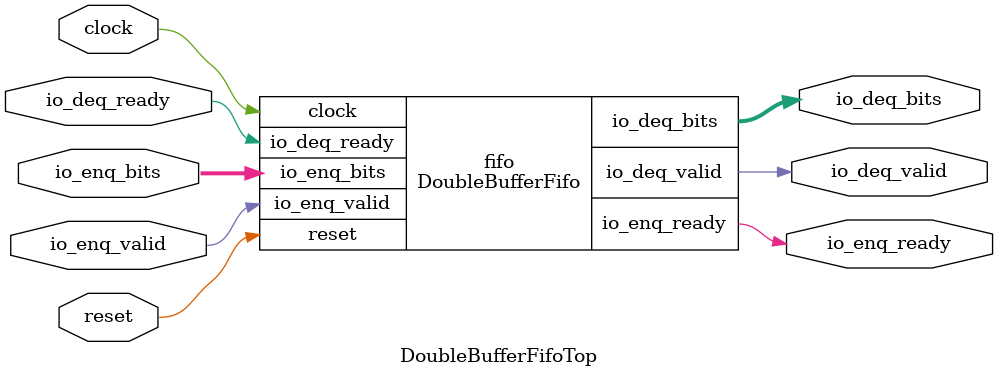
<source format=sv>
module DoubleBuffer(
  input        clock,
               reset,
  output       io_enq_ready,
  input        io_enq_valid,
  input  [7:0] io_enq_bits,
  input        io_deq_ready,
  output       io_deq_valid,
  output [7:0] io_deq_bits
);

  reg  [1:0] stateReg;
  reg  [7:0] dataReg;
  reg  [7:0] shadowReg;
  wire       _io_deq_valid_T = stateReg == 2'h1;
  wire       _GEN = stateReg == 2'h1;
  wire       _GEN_0 = io_deq_ready & io_enq_valid;
  wire       _GEN_1 = ~io_deq_ready & io_enq_valid;
  wire       _GEN_2 = stateReg == 2'h2 & io_deq_ready;
  always @(posedge clock) begin
    if (reset)
      stateReg <= 2'h0;
    else if (|stateReg) begin
      if (_GEN) begin
        if (_GEN_1)
          stateReg <= 2'h2;
        else if (_GEN_0)
          stateReg <= 2'h1;
        else if (io_deq_ready & ~io_enq_valid)
          stateReg <= 2'h0;
      end
      else if (_GEN_2)
        stateReg <= 2'h1;
    end
    else if (io_enq_valid)
      stateReg <= 2'h1;
    if (|stateReg) begin
      if (_GEN) begin
        if (_GEN_0)
          dataReg <= io_enq_bits;
      end
      else if (_GEN_2)
        dataReg <= shadowReg;
    end
    else if (io_enq_valid)
      dataReg <= io_enq_bits;
    if ((|stateReg) & _GEN & _GEN_1)
      shadowReg <= io_enq_bits;
  end // always @(posedge)
  assign io_enq_ready = ~(|stateReg) | _io_deq_valid_T;
  assign io_deq_valid = _io_deq_valid_T | stateReg == 2'h2;
  assign io_deq_bits = dataReg;
endmodule

module DoubleBufferFifo(
  input        clock,
               reset,
  output       io_enq_ready,
  input        io_enq_valid,
  input  [7:0] io_enq_bits,
  input        io_deq_ready,
  output       io_deq_valid,
  output [7:0] io_deq_bits
);

  wire       _DoubleBuffer_1_io_enq_ready;
  wire       _DoubleBuffer_io_deq_valid;
  wire [7:0] _DoubleBuffer_io_deq_bits;
  DoubleBuffer DoubleBuffer (
    .clock        (clock),
    .reset        (reset),
    .io_enq_ready (io_enq_ready),
    .io_enq_valid (io_enq_valid),
    .io_enq_bits  (io_enq_bits),
    .io_deq_ready (_DoubleBuffer_1_io_enq_ready),
    .io_deq_valid (_DoubleBuffer_io_deq_valid),
    .io_deq_bits  (_DoubleBuffer_io_deq_bits)
  );
  DoubleBuffer DoubleBuffer_1 (
    .clock        (clock),
    .reset        (reset),
    .io_enq_ready (_DoubleBuffer_1_io_enq_ready),
    .io_enq_valid (_DoubleBuffer_io_deq_valid),
    .io_enq_bits  (_DoubleBuffer_io_deq_bits),
    .io_deq_ready (io_deq_ready),
    .io_deq_valid (io_deq_valid),
    .io_deq_bits  (io_deq_bits)
  );
endmodule

module DoubleBufferFifoTop(
  input        clock,
               reset,
  output       io_enq_ready,
  input        io_enq_valid,
  input  [7:0] io_enq_bits,
  input        io_deq_ready,
  output       io_deq_valid,
  output [7:0] io_deq_bits
);

  DoubleBufferFifo fifo (
    .clock        (clock),
    .reset        (reset),
    .io_enq_ready (io_enq_ready),
    .io_enq_valid (io_enq_valid),
    .io_enq_bits  (io_enq_bits),
    .io_deq_ready (io_deq_ready),
    .io_deq_valid (io_deq_valid),
    .io_deq_bits  (io_deq_bits)
  );
endmodule


</source>
